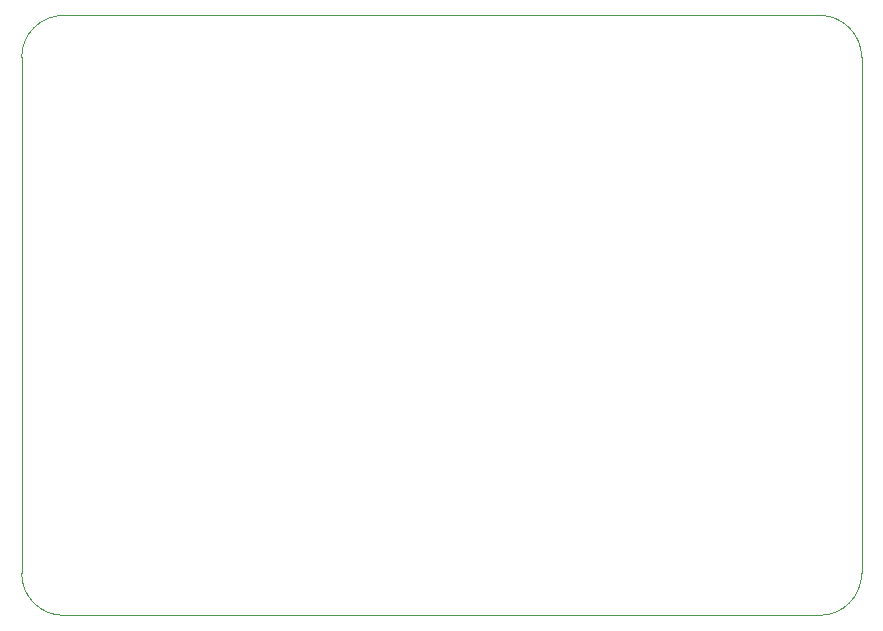
<source format=gm1>
G04 #@! TF.GenerationSoftware,KiCad,Pcbnew,(6.0.0)*
G04 #@! TF.CreationDate,2022-08-18T21:47:44-04:00*
G04 #@! TF.ProjectId,GC memory card breakout board (wii pinout),4743206d-656d-46f7-9279-206361726420,rev?*
G04 #@! TF.SameCoordinates,Original*
G04 #@! TF.FileFunction,Profile,NP*
%FSLAX46Y46*%
G04 Gerber Fmt 4.6, Leading zero omitted, Abs format (unit mm)*
G04 Created by KiCad (PCBNEW (6.0.0)) date 2022-08-18 21:47:44*
%MOMM*%
%LPD*%
G01*
G04 APERTURE LIST*
G04 #@! TA.AperFunction,Profile*
%ADD10C,0.100000*%
G04 #@! TD*
G04 APERTURE END LIST*
D10*
X159004000Y-81280000D02*
X94996000Y-81280000D01*
X162560000Y-34036000D02*
X162560000Y-77724000D01*
X91440000Y-77724000D02*
G75*
G03*
X94996000Y-81280000I3555999J-1D01*
G01*
X162560000Y-34036000D02*
G75*
G03*
X159004000Y-30480000I-3555999J1D01*
G01*
X91440000Y-77724000D02*
X91440000Y-34036000D01*
X159004000Y-81280000D02*
G75*
G03*
X162560000Y-77724000I1J3555999D01*
G01*
X94996000Y-30480000D02*
G75*
G03*
X91440000Y-34036000I-1J-3555999D01*
G01*
X94996000Y-30480000D02*
X159004000Y-30480000D01*
M02*

</source>
